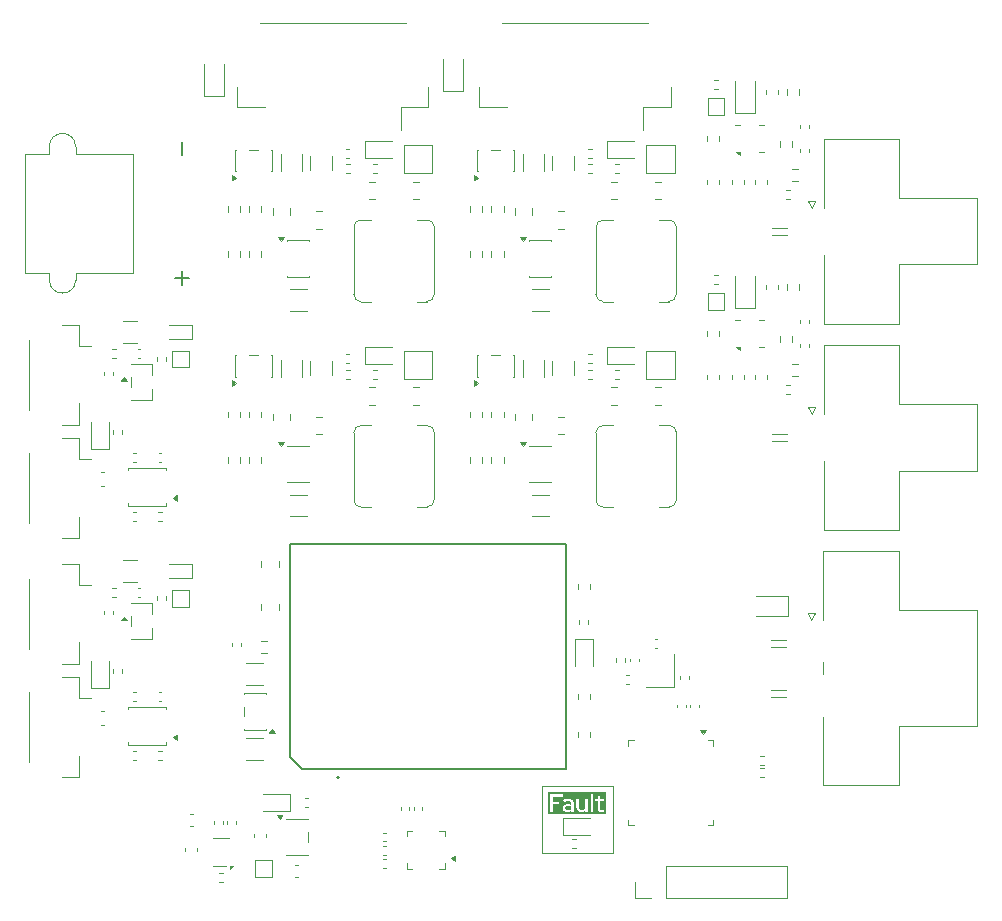
<source format=gbr>
%TF.GenerationSoftware,KiCad,Pcbnew,9.0.5*%
%TF.CreationDate,2025-12-30T00:31:24-08:00*%
%TF.ProjectId,vrb,7672622e-6b69-4636-9164-5f7063625858,rev?*%
%TF.SameCoordinates,Original*%
%TF.FileFunction,Legend,Top*%
%TF.FilePolarity,Positive*%
%FSLAX46Y46*%
G04 Gerber Fmt 4.6, Leading zero omitted, Abs format (unit mm)*
G04 Created by KiCad (PCBNEW 9.0.5) date 2025-12-30 00:31:24*
%MOMM*%
%LPD*%
G01*
G04 APERTURE LIST*
%ADD10C,0.100000*%
%ADD11C,0.150000*%
%ADD12C,0.120000*%
%ADD13C,0.127000*%
%ADD14C,0.200000*%
G04 APERTURE END LIST*
D10*
X117200000Y-125000000D02*
X123200000Y-125000000D01*
X123200000Y-130600000D01*
X117200000Y-130600000D01*
X117200000Y-125000000D01*
G36*
X119470738Y-126659883D02*
G01*
X119532888Y-126668966D01*
X119586111Y-126682806D01*
X119636467Y-126702136D01*
X119678994Y-126723955D01*
X119678994Y-126904390D01*
X119640459Y-126934820D01*
X119599494Y-126959580D01*
X119511429Y-126992286D01*
X119409149Y-127004986D01*
X119395519Y-127005140D01*
X119346675Y-127002269D01*
X119302245Y-126993895D01*
X119263825Y-126980845D01*
X119230507Y-126963278D01*
X119204075Y-126942774D01*
X119183031Y-126918791D01*
X119168450Y-126893185D01*
X119159364Y-126864957D01*
X119156100Y-126833132D01*
X119158993Y-126801684D01*
X119167523Y-126772786D01*
X119199923Y-126724094D01*
X119253216Y-126686752D01*
X119329480Y-126663020D01*
X119403946Y-126656911D01*
X119470738Y-126659883D01*
G37*
G36*
X122590828Y-127335114D02*
G01*
X117717233Y-127335114D01*
X117717233Y-127145000D01*
X117883900Y-127145000D01*
X118104451Y-127145000D01*
X118104451Y-126837803D01*
X118954508Y-126837803D01*
X118957396Y-126881565D01*
X118965884Y-126922940D01*
X118998702Y-126997844D01*
X119051756Y-127061540D01*
X119124447Y-127112163D01*
X119215943Y-127146845D01*
X119324430Y-127162149D01*
X119347251Y-127162585D01*
X119410056Y-127159634D01*
X119469350Y-127150702D01*
X119522162Y-127136738D01*
X119572361Y-127117279D01*
X119664296Y-127062667D01*
X119678994Y-127051302D01*
X119678994Y-127145000D01*
X119884799Y-127145000D01*
X119884799Y-126748410D01*
X120111303Y-126748410D01*
X120114194Y-126803402D01*
X120122705Y-126855536D01*
X120136506Y-126904308D01*
X120155391Y-126949756D01*
X120178989Y-126991426D01*
X120207149Y-127029315D01*
X120239515Y-127063068D01*
X120275946Y-127092583D01*
X120316173Y-127117597D01*
X120359995Y-127137899D01*
X120407274Y-127153272D01*
X120457698Y-127163431D01*
X120529233Y-127168447D01*
X120585189Y-127165523D01*
X120638457Y-127156776D01*
X120687264Y-127142817D01*
X120733253Y-127123484D01*
X120775460Y-127099350D01*
X120814673Y-127070122D01*
X120848428Y-127038296D01*
X120848428Y-127145000D01*
X121058447Y-127145000D01*
X121058447Y-126078147D01*
X120848428Y-126078147D01*
X120848428Y-126845039D01*
X120822991Y-126880079D01*
X120793714Y-126910412D01*
X120761336Y-126935534D01*
X120725677Y-126955764D01*
X120645509Y-126980890D01*
X120585928Y-126985814D01*
X120540285Y-126982921D01*
X120498262Y-126974392D01*
X120461223Y-126960972D01*
X120428000Y-126942681D01*
X120399351Y-126920240D01*
X120374755Y-126893516D01*
X120338499Y-126828006D01*
X120320616Y-126745930D01*
X120319215Y-126712690D01*
X120319215Y-126078147D01*
X120111303Y-126078147D01*
X120111303Y-126748410D01*
X119884799Y-126748410D01*
X119884799Y-126434436D01*
X119881885Y-126378969D01*
X119873214Y-126327558D01*
X119859679Y-126282397D01*
X119841095Y-126241081D01*
X119818314Y-126204729D01*
X119790944Y-126172140D01*
X119723043Y-126118695D01*
X119635679Y-126080324D01*
X119525929Y-126058538D01*
X119448001Y-126054699D01*
X119376269Y-126057672D01*
X119304396Y-126066757D01*
X119159756Y-126103253D01*
X119009096Y-126163968D01*
X119086857Y-126321229D01*
X119173152Y-126283546D01*
X119251663Y-126256457D01*
X119314248Y-126241240D01*
X119373997Y-126232971D01*
X119418600Y-126231104D01*
X119472832Y-126234029D01*
X119520947Y-126242779D01*
X119559139Y-126255687D01*
X119592182Y-126273307D01*
X119618233Y-126293900D01*
X119639722Y-126318523D01*
X119668424Y-126378476D01*
X119678994Y-126459532D01*
X119678994Y-126572830D01*
X119562324Y-126532818D01*
X119433551Y-126513356D01*
X119387093Y-126511922D01*
X119318013Y-126514821D01*
X119254149Y-126523389D01*
X119198058Y-126536744D01*
X119147203Y-126554961D01*
X119103821Y-126576684D01*
X119065577Y-126602520D01*
X119033969Y-126630951D01*
X119007400Y-126662884D01*
X118986546Y-126697184D01*
X118970768Y-126734557D01*
X118955057Y-126817769D01*
X118954636Y-126833132D01*
X118954508Y-126837803D01*
X118104451Y-126837803D01*
X118104451Y-126506060D01*
X118675613Y-126506060D01*
X118675613Y-126319214D01*
X118104451Y-126319214D01*
X118104451Y-125866938D01*
X118971727Y-125866938D01*
X118971727Y-125673681D01*
X121305468Y-125673681D01*
X121305468Y-127145000D01*
X121515486Y-127145000D01*
X121515486Y-126078147D01*
X121674488Y-126078147D01*
X121674488Y-126254551D01*
X121901268Y-126254551D01*
X121901268Y-126879569D01*
X121904186Y-126929592D01*
X121912893Y-126974850D01*
X121926131Y-127012658D01*
X121944260Y-127046283D01*
X121966238Y-127074637D01*
X121992626Y-127099079D01*
X122058904Y-127136324D01*
X122146985Y-127158060D01*
X122220462Y-127162585D01*
X122345290Y-127151323D01*
X122420039Y-127133276D01*
X122420039Y-126956963D01*
X122368135Y-126972236D01*
X122317033Y-126980083D01*
X122266716Y-126982059D01*
X122219505Y-126979039D01*
X122181454Y-126969625D01*
X122157683Y-126957428D01*
X122138952Y-126940717D01*
X122116586Y-126896582D01*
X122109179Y-126831575D01*
X122109179Y-126254551D01*
X122424161Y-126254551D01*
X122424161Y-126078147D01*
X122109179Y-126078147D01*
X122109179Y-125754830D01*
X121901268Y-125805205D01*
X121901268Y-126078147D01*
X121674488Y-126078147D01*
X121515486Y-126078147D01*
X121515486Y-125633838D01*
X121305468Y-125673681D01*
X118971727Y-125673681D01*
X117883900Y-125673681D01*
X117883900Y-127145000D01*
X117717233Y-127145000D01*
X117717233Y-125467171D01*
X122590828Y-125467171D01*
X122590828Y-127335114D01*
G37*
D11*
X86714700Y-71548178D02*
X86714700Y-70405321D01*
X86714700Y-82548178D02*
X86714700Y-81405321D01*
X87286128Y-81976749D02*
X86143271Y-81976749D01*
D12*
%TO.C,D4*%
X102177500Y-70365000D02*
X102177500Y-71835000D01*
X102177500Y-71835000D02*
X104462500Y-71835000D01*
X104462500Y-70365000D02*
X102177500Y-70365000D01*
%TO.C,J6*%
X111865000Y-65810000D02*
X111865000Y-67510000D01*
X111865000Y-67510000D02*
X114215000Y-67510000D01*
X125735000Y-67510000D02*
X125735000Y-69450000D01*
X126165000Y-60340000D02*
X113785000Y-60340000D01*
X128085000Y-65810000D02*
X128085000Y-67510000D01*
X128085000Y-67510000D02*
X125735000Y-67510000D01*
%TO.C,D19*%
X85586842Y-85942000D02*
X87546842Y-85942000D01*
X85586842Y-87142000D02*
X87546842Y-87142000D01*
X87546842Y-87142000D02*
X87546842Y-85942000D01*
%TO.C,R64*%
X137927500Y-65980242D02*
X137927500Y-66454758D01*
X138972500Y-65980242D02*
X138972500Y-66454758D01*
%TO.C,R56*%
X132103641Y-81740000D02*
X131796359Y-81740000D01*
X132103641Y-82500000D02*
X131796359Y-82500000D01*
%TO.C,C6*%
X94390000Y-76068748D02*
X94390000Y-76591252D01*
X95860000Y-76068748D02*
X95860000Y-76591252D01*
%TO.C,TP5*%
X85881842Y-108370000D02*
X87281842Y-108370000D01*
X85881842Y-109770000D02*
X85881842Y-108370000D01*
X87281842Y-108370000D02*
X87281842Y-109770000D01*
X87281842Y-109770000D02*
X85881842Y-109770000D01*
%TO.C,R50*%
X120370000Y-111253641D02*
X120370000Y-110946359D01*
X121130000Y-111253641D02*
X121130000Y-110946359D01*
%TO.C,R24*%
X121111359Y-89720000D02*
X121418641Y-89720000D01*
X121111359Y-90480000D02*
X121418641Y-90480000D01*
%TO.C,D13*%
X133550000Y-67947500D02*
X133550000Y-65287500D01*
X133550000Y-67947500D02*
X135250000Y-67947500D01*
X135250000Y-67947500D02*
X135250000Y-65287500D01*
%TO.C,R16*%
X121111359Y-72320000D02*
X121418641Y-72320000D01*
X121111359Y-73080000D02*
X121418641Y-73080000D01*
%TO.C,R23*%
X115565000Y-90327064D02*
X115565000Y-88872936D01*
X117385000Y-90327064D02*
X117385000Y-88872936D01*
%TO.C,C39*%
X129740000Y-118287836D02*
X129740000Y-118072164D01*
X130460000Y-118287836D02*
X130460000Y-118072164D01*
%TO.C,U4*%
X91215000Y-71090000D02*
X91265000Y-71090000D01*
X91215000Y-72910000D02*
X91215000Y-71090000D01*
X91265000Y-72910000D02*
X91215000Y-72910000D01*
X92385000Y-71090000D02*
X93165000Y-71090000D01*
X94285000Y-71090000D02*
X94335000Y-71090000D01*
X94335000Y-71090000D02*
X94335000Y-72910000D01*
X94335000Y-72910000D02*
X94285000Y-72910000D01*
X91265000Y-73450000D02*
X90935000Y-73690000D01*
X90935000Y-73210000D01*
X91265000Y-73450000D01*
G36*
X91265000Y-73450000D02*
G01*
X90935000Y-73690000D01*
X90935000Y-73210000D01*
X91265000Y-73450000D01*
G37*
%TO.C,D12*%
X133550000Y-84460000D02*
X133550000Y-81800000D01*
X133550000Y-84460000D02*
X135250000Y-84460000D01*
X135250000Y-84460000D02*
X135250000Y-81800000D01*
%TO.C,R74*%
X90505000Y-127891359D02*
X90505000Y-128198641D01*
X91265000Y-127891359D02*
X91265000Y-128198641D01*
%TO.C,J5*%
X91365000Y-65810000D02*
X91365000Y-67510000D01*
X91365000Y-67510000D02*
X93715000Y-67510000D01*
X105235000Y-67510000D02*
X105235000Y-69450000D01*
X105665000Y-60340000D02*
X93285000Y-60340000D01*
X107585000Y-65810000D02*
X107585000Y-67510000D01*
X107585000Y-67510000D02*
X105235000Y-67510000D01*
%TO.C,R10*%
X90602500Y-76347258D02*
X90602500Y-75872742D01*
X91647500Y-76347258D02*
X91647500Y-75872742D01*
%TO.C,C7*%
X106263748Y-73815000D02*
X106786252Y-73815000D01*
X106263748Y-75285000D02*
X106786252Y-75285000D01*
%TO.C,R55*%
X131127500Y-86412742D02*
X131127500Y-86887258D01*
X132172500Y-86412742D02*
X132172500Y-86887258D01*
%TO.C,C27*%
X92170222Y-120940000D02*
X93592726Y-120940000D01*
X92170222Y-122760000D02*
X93592726Y-122760000D01*
%TO.C,D6*%
X122677500Y-87765000D02*
X122677500Y-89235000D01*
X122677500Y-89235000D02*
X124962500Y-89235000D01*
X124962500Y-87765000D02*
X122677500Y-87765000D01*
%TO.C,C57*%
X124690000Y-114407836D02*
X124690000Y-114192164D01*
X125410000Y-114407836D02*
X125410000Y-114192164D01*
%TO.C,C25*%
X82584664Y-96796000D02*
X82800336Y-96796000D01*
X82584664Y-97516000D02*
X82800336Y-97516000D01*
%TO.C,R48*%
X93437742Y-112677500D02*
X93912258Y-112677500D01*
X93437742Y-113722500D02*
X93912258Y-113722500D01*
%TO.C,R21*%
X112902500Y-80187258D02*
X112902500Y-79712742D01*
X113947500Y-80187258D02*
X113947500Y-79712742D01*
%TO.C,J9*%
X73770000Y-96766000D02*
X73770000Y-102696000D01*
X76590000Y-95496000D02*
X78040000Y-95496000D01*
X76590000Y-103966000D02*
X78040000Y-103966000D01*
X78040000Y-95496000D02*
X78040000Y-97296000D01*
X78040000Y-97296000D02*
X79030000Y-97296000D01*
X78040000Y-103966000D02*
X78040000Y-102166000D01*
%TO.C,R34*%
X90602500Y-93747258D02*
X90602500Y-93272742D01*
X91647500Y-93747258D02*
X91647500Y-93272742D01*
%TO.C,R47*%
X135953641Y-123420000D02*
X135646359Y-123420000D01*
X135953641Y-124180000D02*
X135646359Y-124180000D01*
%TO.C,C38*%
X128640000Y-118287836D02*
X128640000Y-118072164D01*
X129360000Y-118287836D02*
X129360000Y-118072164D01*
%TO.C,U2*%
X82182500Y-118265000D02*
X85402500Y-118265000D01*
X82182500Y-118490000D02*
X82182500Y-118265000D01*
X82182500Y-121485000D02*
X82182500Y-121260000D01*
X85402500Y-118265000D02*
X85402500Y-118490000D01*
X85402500Y-121260000D02*
X85402500Y-121485000D01*
X85402500Y-121485000D02*
X82182500Y-121485000D01*
X86262500Y-121095000D02*
X85932500Y-120855000D01*
X86262500Y-120615000D01*
X86262500Y-121095000D01*
G36*
X86262500Y-121095000D02*
G01*
X85932500Y-120855000D01*
X86262500Y-120615000D01*
X86262500Y-121095000D01*
G37*
%TO.C,TP2*%
X126025000Y-70700000D02*
X128425000Y-70700000D01*
X126025000Y-73100000D02*
X126025000Y-70700000D01*
X128425000Y-70700000D02*
X128425000Y-73100000D01*
X128425000Y-73100000D02*
X126025000Y-73100000D01*
%TO.C,R67*%
X139070000Y-68968859D02*
X139070000Y-69276141D01*
X139830000Y-68968859D02*
X139830000Y-69276141D01*
%TO.C,R53*%
X139070000Y-85481359D02*
X139070000Y-85788641D01*
X139830000Y-85481359D02*
X139830000Y-85788641D01*
%TO.C,C14*%
X118563748Y-93715000D02*
X119086252Y-93715000D01*
X118563748Y-95185000D02*
X119086252Y-95185000D01*
%TO.C,C21*%
X94390000Y-93468748D02*
X94390000Y-93991252D01*
X95860000Y-93468748D02*
X95860000Y-93991252D01*
%TO.C,U8*%
X111715000Y-88490000D02*
X111765000Y-88490000D01*
X111715000Y-90310000D02*
X111715000Y-88490000D01*
X111765000Y-90310000D02*
X111715000Y-90310000D01*
X112885000Y-88490000D02*
X113665000Y-88490000D01*
X114785000Y-88490000D02*
X114835000Y-88490000D01*
X114835000Y-88490000D02*
X114835000Y-90310000D01*
X114835000Y-90310000D02*
X114785000Y-90310000D01*
X111765000Y-90850000D02*
X111435000Y-91090000D01*
X111435000Y-90610000D01*
X111765000Y-90850000D01*
G36*
X111765000Y-90850000D02*
G01*
X111435000Y-91090000D01*
X111435000Y-90610000D01*
X111765000Y-90850000D01*
G37*
%TO.C,D11*%
X120016474Y-112515000D02*
X120016474Y-114800000D01*
X121486474Y-112515000D02*
X120016474Y-112515000D01*
X121486474Y-114800000D02*
X121486474Y-112515000D01*
%TO.C,C15*%
X116338748Y-100290000D02*
X117761252Y-100290000D01*
X116338748Y-102110000D02*
X117761252Y-102110000D01*
%TO.C,U3*%
X95640000Y-78740000D02*
X97460000Y-78740000D01*
X95640000Y-78790000D02*
X95640000Y-78740000D01*
X95640000Y-81860000D02*
X95640000Y-81810000D01*
X97460000Y-78740000D02*
X97460000Y-78790000D01*
X97460000Y-81810000D02*
X97460000Y-81860000D01*
X97460000Y-81860000D02*
X95640000Y-81860000D01*
X95100000Y-78790000D02*
X94860000Y-78460000D01*
X95340000Y-78460000D01*
X95100000Y-78790000D01*
G36*
X95100000Y-78790000D02*
G01*
X94860000Y-78460000D01*
X95340000Y-78460000D01*
X95100000Y-78790000D01*
G37*
%TO.C,R49*%
X80900000Y-95142141D02*
X80900000Y-94834859D01*
X81660000Y-95142141D02*
X81660000Y-94834859D01*
%TO.C,C1*%
X82972164Y-108240000D02*
X83187836Y-108240000D01*
X82972164Y-108960000D02*
X83187836Y-108960000D01*
%TO.C,R61*%
X132103641Y-65227500D02*
X131796359Y-65227500D01*
X132103641Y-65987500D02*
X131796359Y-65987500D01*
%TO.C,R54*%
X137927500Y-82492742D02*
X137927500Y-82967258D01*
X138972500Y-82492742D02*
X138972500Y-82967258D01*
%TO.C,R6*%
X80900000Y-115386141D02*
X80900000Y-115078859D01*
X81660000Y-115386141D02*
X81660000Y-115078859D01*
%TO.C,C18*%
X123586252Y-91215000D02*
X123063748Y-91215000D01*
X123586252Y-92685000D02*
X123063748Y-92685000D01*
%TO.C,R4*%
X80140000Y-110136359D02*
X80140000Y-110443641D01*
X80900000Y-110136359D02*
X80900000Y-110443641D01*
%TO.C,R58*%
X137327500Y-87347258D02*
X137327500Y-86872742D01*
X138372500Y-87347258D02*
X138372500Y-86872742D01*
%TO.C,C2*%
X82584664Y-117040000D02*
X82800336Y-117040000D01*
X82584664Y-117760000D02*
X82800336Y-117760000D01*
%TO.C,D9*%
X79886842Y-99596000D02*
X80086842Y-99596000D01*
%TO.C,R29*%
X112902500Y-97587258D02*
X112902500Y-97112742D01*
X113947500Y-97587258D02*
X113947500Y-97112742D01*
%TO.C,R18*%
X111102500Y-76347258D02*
X111102500Y-75872742D01*
X112147500Y-76347258D02*
X112147500Y-75872742D01*
%TO.C,C45*%
X86975000Y-130204420D02*
X86975000Y-130485580D01*
X87995000Y-130204420D02*
X87995000Y-130485580D01*
%TO.C,R60*%
X138203641Y-90980000D02*
X137896359Y-90980000D01*
X138203641Y-91740000D02*
X137896359Y-91740000D01*
%TO.C,C44*%
X103972836Y-128940000D02*
X103757164Y-128940000D01*
X103972836Y-129660000D02*
X103757164Y-129660000D01*
%TO.C,D20*%
X118952500Y-127665000D02*
X118952500Y-129135000D01*
X118952500Y-129135000D02*
X121237500Y-129135000D01*
X121237500Y-127665000D02*
X118952500Y-127665000D01*
%TO.C,U7*%
X116140000Y-96140000D02*
X117960000Y-96140000D01*
X116140000Y-96190000D02*
X116140000Y-96140000D01*
X116140000Y-99260000D02*
X116140000Y-99210000D01*
X117960000Y-96140000D02*
X117960000Y-96190000D01*
X117960000Y-99210000D02*
X117960000Y-99260000D01*
X117960000Y-99260000D02*
X116140000Y-99260000D01*
X115600000Y-96190000D02*
X115360000Y-95860000D01*
X115840000Y-95860000D01*
X115600000Y-96190000D01*
G36*
X115600000Y-96190000D02*
G01*
X115360000Y-95860000D01*
X115840000Y-95860000D01*
X115600000Y-96190000D01*
G37*
%TO.C,J4*%
X137940000Y-77700000D02*
X136660000Y-77700000D01*
X137940000Y-78300000D02*
X136660000Y-78300000D01*
X139750000Y-75400000D02*
X140350000Y-75400000D01*
X140050000Y-76000000D02*
X139750000Y-75400000D01*
X140350000Y-75400000D02*
X140050000Y-76000000D01*
X141040000Y-70190000D02*
X141040000Y-76000000D01*
X141040000Y-85810000D02*
X141040000Y-80000000D01*
X147460000Y-70190000D02*
X141040000Y-70190000D01*
X147460000Y-75190000D02*
X147460000Y-70190000D01*
X147460000Y-80810000D02*
X147460000Y-85810000D01*
X147460000Y-85810000D02*
X141040000Y-85810000D01*
X154060000Y-75190000D02*
X147460000Y-75190000D01*
X154060000Y-78000000D02*
X154060000Y-75190000D01*
X154060000Y-78000000D02*
X154060000Y-80810000D01*
X154060000Y-80810000D02*
X147460000Y-80810000D01*
%TO.C,F5*%
X97565000Y-88997936D02*
X97565000Y-90202064D01*
X99385000Y-88997936D02*
X99385000Y-90202064D01*
%TO.C,TP6*%
X131250000Y-83250000D02*
X132650000Y-83250000D01*
X131250000Y-84650000D02*
X131250000Y-83250000D01*
X132650000Y-83250000D02*
X132650000Y-84650000D01*
X132650000Y-84650000D02*
X131250000Y-84650000D01*
%TO.C,TP7*%
X131250000Y-66737500D02*
X132650000Y-66737500D01*
X131250000Y-68137500D02*
X131250000Y-66737500D01*
X132650000Y-66737500D02*
X132650000Y-68137500D01*
X132650000Y-68137500D02*
X131250000Y-68137500D01*
%TO.C,J10*%
X137890000Y-112600000D02*
X136610000Y-112600000D01*
X137890000Y-113200000D02*
X136610000Y-113200000D01*
X137890000Y-116800000D02*
X136610000Y-116800000D01*
X137890000Y-117400000D02*
X136610000Y-117400000D01*
X139700000Y-110300000D02*
X140300000Y-110300000D01*
X140000000Y-110900000D02*
X139700000Y-110300000D01*
X140300000Y-110300000D02*
X140000000Y-110900000D01*
X140990000Y-105090000D02*
X140990000Y-110900000D01*
X140990000Y-124910000D02*
X140990000Y-119100000D01*
X141000000Y-114510000D02*
X141000000Y-115490000D01*
X147410000Y-105090000D02*
X140990000Y-105090000D01*
X147410000Y-110090000D02*
X147410000Y-105090000D01*
X147410000Y-119910000D02*
X147410000Y-124910000D01*
X147410000Y-124910000D02*
X140990000Y-124910000D01*
X154010000Y-110090000D02*
X147410000Y-110090000D01*
X154010000Y-115000000D02*
X154010000Y-110090000D01*
X154010000Y-115000000D02*
X154010000Y-119910000D01*
X154010000Y-119910000D02*
X147410000Y-119910000D01*
%TO.C,C17*%
X126763748Y-91215000D02*
X127286252Y-91215000D01*
X126763748Y-92685000D02*
X127286252Y-92685000D01*
%TO.C,C29*%
X93440000Y-109538748D02*
X93440000Y-110061252D01*
X94910000Y-109538748D02*
X94910000Y-110061252D01*
%TO.C,C11*%
X114890000Y-76068748D02*
X114890000Y-76591252D01*
X116360000Y-76068748D02*
X116360000Y-76591252D01*
%TO.C,C34*%
X135210000Y-73696920D02*
X135210000Y-73978080D01*
X136230000Y-73696920D02*
X136230000Y-73978080D01*
%TO.C,R14*%
X90602500Y-79712742D02*
X90602500Y-80187258D01*
X91647500Y-79712742D02*
X91647500Y-80187258D01*
%TO.C,R13*%
X92402500Y-80187258D02*
X92402500Y-79712742D01*
X93447500Y-80187258D02*
X93447500Y-79712742D01*
%TO.C,C16*%
X114890000Y-93468748D02*
X114890000Y-93991252D01*
X116360000Y-93468748D02*
X116360000Y-93991252D01*
%TO.C,R51*%
X120228974Y-120837258D02*
X120228974Y-120362742D01*
X121273974Y-120837258D02*
X121273974Y-120362742D01*
%TO.C,C9*%
X118563748Y-76315000D02*
X119086252Y-76315000D01*
X118563748Y-77785000D02*
X119086252Y-77785000D01*
%TO.C,Q1*%
X82370000Y-109440000D02*
X84190000Y-109440000D01*
X82370000Y-109490000D02*
X82370000Y-109440000D01*
X82370000Y-111390000D02*
X82370000Y-110610000D01*
X82370000Y-112560000D02*
X82370000Y-112510000D01*
X84190000Y-109440000D02*
X84190000Y-110440000D01*
X84190000Y-111560000D02*
X84190000Y-112560000D01*
X84190000Y-112560000D02*
X82370000Y-112560000D01*
X82070000Y-110950000D02*
X81590000Y-110950000D01*
X81830000Y-110620000D01*
X82070000Y-110950000D01*
G36*
X82070000Y-110950000D02*
G01*
X81590000Y-110950000D01*
X81830000Y-110620000D01*
X82070000Y-110950000D01*
G37*
%TO.C,R9*%
X92402500Y-75872742D02*
X92402500Y-76347258D01*
X93447500Y-75872742D02*
X93447500Y-76347258D01*
%TO.C,U1*%
X124490000Y-121090000D02*
X124965000Y-121090000D01*
X124490000Y-121565000D02*
X124490000Y-121090000D01*
X124490000Y-128310000D02*
X124490000Y-127835000D01*
X124965000Y-128310000D02*
X124490000Y-128310000D01*
X131235000Y-121090000D02*
X131710000Y-121090000D01*
X131710000Y-121090000D02*
X131710000Y-121565000D01*
X131710000Y-127835000D02*
X131710000Y-128310000D01*
X131710000Y-128310000D02*
X131235000Y-128310000D01*
X130850000Y-120560000D02*
X130610000Y-120230000D01*
X131090000Y-120230000D01*
X130850000Y-120560000D01*
G36*
X130850000Y-120560000D02*
G01*
X130610000Y-120230000D01*
X131090000Y-120230000D01*
X130850000Y-120560000D01*
G37*
%TO.C,R33*%
X92402500Y-93272742D02*
X92402500Y-93747258D01*
X93447500Y-93272742D02*
X93447500Y-93747258D01*
%TO.C,C36*%
X133270000Y-73696920D02*
X133270000Y-73978080D01*
X134290000Y-73696920D02*
X134290000Y-73978080D01*
%TO.C,D1*%
X79886842Y-118590000D02*
X80086842Y-118590000D01*
%TO.C,R30*%
X111102500Y-97112742D02*
X111102500Y-97587258D01*
X112147500Y-97112742D02*
X112147500Y-97587258D01*
%TO.C,C30*%
X136140000Y-82870580D02*
X136140000Y-82589420D01*
X137160000Y-82870580D02*
X137160000Y-82589420D01*
%TO.C,R17*%
X112902500Y-75872742D02*
X112902500Y-76347258D01*
X113947500Y-75872742D02*
X113947500Y-76347258D01*
%TO.C,R59*%
X138362742Y-89212500D02*
X138837258Y-89212500D01*
X138362742Y-90257500D02*
X138837258Y-90257500D01*
%TO.C,R62*%
X137327500Y-70834758D02*
X137327500Y-70360242D01*
X138372500Y-70834758D02*
X138372500Y-70360242D01*
%TO.C,R70*%
X97096359Y-125990000D02*
X97403641Y-125990000D01*
X97096359Y-126750000D02*
X97403641Y-126750000D01*
%TO.C,TP9*%
X92900000Y-131230000D02*
X94300000Y-131230000D01*
X92900000Y-132630000D02*
X92900000Y-131230000D01*
X94300000Y-131230000D02*
X94300000Y-132630000D01*
X94300000Y-132630000D02*
X92900000Y-132630000D01*
%TO.C,R44*%
X90920000Y-112846359D02*
X90920000Y-113153641D01*
X91680000Y-112846359D02*
X91680000Y-113153641D01*
%TO.C,R39*%
X80826359Y-87976000D02*
X81133641Y-87976000D01*
X80826359Y-88736000D02*
X81133641Y-88736000D01*
%TO.C,R66*%
X138203641Y-74467500D02*
X137896359Y-74467500D01*
X138203641Y-75227500D02*
X137896359Y-75227500D01*
%TO.C,D14*%
X138010000Y-108850000D02*
X135350000Y-108850000D01*
X138010000Y-110550000D02*
X135350000Y-110550000D01*
X138010000Y-110550000D02*
X138010000Y-108850000D01*
%TO.C,C33*%
X136140000Y-66358080D02*
X136140000Y-66076920D01*
X137160000Y-66358080D02*
X137160000Y-66076920D01*
%TO.C,R46*%
X84718859Y-101776000D02*
X85026141Y-101776000D01*
X84718859Y-102536000D02*
X85026141Y-102536000D01*
%TO.C,F2*%
X97565000Y-71597936D02*
X97565000Y-72802064D01*
X99385000Y-71597936D02*
X99385000Y-72802064D01*
%TO.C,R12*%
X102918859Y-72320000D02*
X103226141Y-72320000D01*
X102918859Y-73080000D02*
X103226141Y-73080000D01*
%TO.C,C31*%
X135210000Y-90209420D02*
X135210000Y-90490580D01*
X136230000Y-90209420D02*
X136230000Y-90490580D01*
%TO.C,D2*%
X79886842Y-119840000D02*
X80086842Y-119840000D01*
%TO.C,C19*%
X98063748Y-93715000D02*
X98586252Y-93715000D01*
X98063748Y-95185000D02*
X98586252Y-95185000D01*
%TO.C,R77*%
X90163641Y-132320000D02*
X89856359Y-132320000D01*
X90163641Y-133080000D02*
X89856359Y-133080000D01*
%TO.C,L4*%
X101265000Y-100750000D02*
X101265000Y-95050000D01*
X101875000Y-94440000D02*
X102725000Y-94440000D01*
X102725000Y-101360000D02*
X101875000Y-101360000D01*
X106625000Y-94440000D02*
X107475000Y-94440000D01*
X107425000Y-101360000D02*
X106625000Y-101360000D01*
X108085000Y-95050000D02*
X108085000Y-100700000D01*
X101265000Y-95050000D02*
G75*
G02*
X101875000Y-94440000I610000J0D01*
G01*
X101875000Y-101360000D02*
G75*
G02*
X101265000Y-100750000I0J610000D01*
G01*
X107475000Y-94440000D02*
G75*
G02*
X108085000Y-95050000I0J-610000D01*
G01*
X108085000Y-100700000D02*
G75*
G02*
X107425000Y-101360000I-660002J2D01*
G01*
%TO.C,D18*%
X93612500Y-127105000D02*
X95897500Y-127105000D01*
X95897500Y-125635000D02*
X93612500Y-125635000D01*
X95897500Y-127105000D02*
X95897500Y-125635000D01*
%TO.C,R8*%
X100611359Y-72320000D02*
X100918641Y-72320000D01*
X100611359Y-73080000D02*
X100918641Y-73080000D01*
%TO.C,C42*%
X105225000Y-126987836D02*
X105225000Y-126772164D01*
X105945000Y-126987836D02*
X105945000Y-126772164D01*
%TO.C,U16*%
X95527500Y-127720000D02*
X97347500Y-127720000D01*
X95527500Y-127770000D02*
X95527500Y-127720000D01*
X95527500Y-130840000D02*
X95527500Y-130790000D01*
X97347500Y-127720000D02*
X97347500Y-127770000D01*
X97347500Y-128890000D02*
X97347500Y-129670000D01*
X97347500Y-130790000D02*
X97347500Y-130840000D01*
X97347500Y-130840000D02*
X95527500Y-130840000D01*
X94987500Y-127770000D02*
X94747500Y-127440000D01*
X95227500Y-127440000D01*
X94987500Y-127770000D01*
G36*
X94987500Y-127770000D02*
G01*
X94747500Y-127440000D01*
X95227500Y-127440000D01*
X94987500Y-127770000D01*
G37*
%TO.C,R1*%
X80826359Y-108220000D02*
X81133641Y-108220000D01*
X80826359Y-108980000D02*
X81133641Y-108980000D01*
%TO.C,R40*%
X82538859Y-101776000D02*
X82846141Y-101776000D01*
X82538859Y-102536000D02*
X82846141Y-102536000D01*
%TO.C,D3*%
X79045000Y-114412500D02*
X79045000Y-116697500D01*
X79045000Y-116697500D02*
X80515000Y-116697500D01*
X80515000Y-116697500D02*
X80515000Y-114412500D01*
%TO.C,D16*%
X108850000Y-66110000D02*
X108850000Y-63450000D01*
X108850000Y-66110000D02*
X110550000Y-66110000D01*
X110550000Y-66110000D02*
X110550000Y-63450000D01*
%TO.C,L3*%
X121765000Y-100750000D02*
X121765000Y-95050000D01*
X122375000Y-94440000D02*
X123225000Y-94440000D01*
X123225000Y-101360000D02*
X122375000Y-101360000D01*
X127125000Y-94440000D02*
X127975000Y-94440000D01*
X127925000Y-101360000D02*
X127125000Y-101360000D01*
X128585000Y-95050000D02*
X128585000Y-100700000D01*
X121765000Y-95050000D02*
G75*
G02*
X122375000Y-94440000I610000J0D01*
G01*
X122375000Y-101360000D02*
G75*
G02*
X121765000Y-100750000I0J610000D01*
G01*
X127975000Y-94440000D02*
G75*
G02*
X128585000Y-95050000I0J-610000D01*
G01*
X128585000Y-100700000D02*
G75*
G02*
X127925000Y-101360000I-660002J2D01*
G01*
%TO.C,R69*%
X135953641Y-122420000D02*
X135646359Y-122420000D01*
X135953641Y-123180000D02*
X135646359Y-123180000D01*
%TO.C,C23*%
X106263748Y-91215000D02*
X106786252Y-91215000D01*
X106263748Y-92685000D02*
X106786252Y-92685000D01*
%TO.C,F1*%
X81727936Y-105865000D02*
X82932064Y-105865000D01*
X81727936Y-107685000D02*
X82932064Y-107685000D01*
%TO.C,D7*%
X102177500Y-87765000D02*
X102177500Y-89235000D01*
X102177500Y-89235000D02*
X104462500Y-89235000D01*
X104462500Y-87765000D02*
X102177500Y-87765000D01*
%TO.C,U11*%
X82182500Y-98021000D02*
X85402500Y-98021000D01*
X82182500Y-98246000D02*
X82182500Y-98021000D01*
X82182500Y-101241000D02*
X82182500Y-101016000D01*
X85402500Y-98021000D02*
X85402500Y-98246000D01*
X85402500Y-101016000D02*
X85402500Y-101241000D01*
X85402500Y-101241000D02*
X82182500Y-101241000D01*
X86262500Y-100851000D02*
X85932500Y-100611000D01*
X86262500Y-100371000D01*
X86262500Y-100851000D01*
G36*
X86262500Y-100851000D02*
G01*
X85932500Y-100611000D01*
X86262500Y-100371000D01*
X86262500Y-100851000D01*
G37*
%TO.C,Q2*%
X82370000Y-89196000D02*
X84190000Y-89196000D01*
X82370000Y-89246000D02*
X82370000Y-89196000D01*
X82370000Y-91146000D02*
X82370000Y-90366000D01*
X82370000Y-92316000D02*
X82370000Y-92266000D01*
X84190000Y-89196000D02*
X84190000Y-90196000D01*
X84190000Y-91316000D02*
X84190000Y-92316000D01*
X84190000Y-92316000D02*
X82370000Y-92316000D01*
X82070000Y-90706000D02*
X81590000Y-90706000D01*
X81830000Y-90376000D01*
X82070000Y-90706000D01*
G36*
X82070000Y-90706000D02*
G01*
X81590000Y-90706000D01*
X81830000Y-90376000D01*
X82070000Y-90706000D01*
G37*
%TO.C,L2*%
X121765000Y-83350000D02*
X121765000Y-77650000D01*
X122375000Y-77040000D02*
X123225000Y-77040000D01*
X123225000Y-83960000D02*
X122375000Y-83960000D01*
X127125000Y-77040000D02*
X127975000Y-77040000D01*
X127925000Y-83960000D02*
X127125000Y-83960000D01*
X128585000Y-77650000D02*
X128585000Y-83300000D01*
X121765000Y-77650000D02*
G75*
G02*
X122375000Y-77040000I610000J0D01*
G01*
X122375000Y-83960000D02*
G75*
G02*
X121765000Y-83350000I0J610000D01*
G01*
X127975000Y-77040000D02*
G75*
G02*
X128585000Y-77650000I0J-610000D01*
G01*
X128585000Y-83300000D02*
G75*
G02*
X127925000Y-83960000I-660002J2D01*
G01*
%TO.C,U5*%
X116140000Y-78740000D02*
X117960000Y-78740000D01*
X116140000Y-78790000D02*
X116140000Y-78740000D01*
X116140000Y-81860000D02*
X116140000Y-81810000D01*
X117960000Y-78740000D02*
X117960000Y-78790000D01*
X117960000Y-81810000D02*
X117960000Y-81860000D01*
X117960000Y-81860000D02*
X116140000Y-81860000D01*
X115600000Y-78790000D02*
X115360000Y-78460000D01*
X115840000Y-78460000D01*
X115600000Y-78790000D01*
G36*
X115600000Y-78790000D02*
G01*
X115360000Y-78460000D01*
X115840000Y-78460000D01*
X115600000Y-78790000D01*
G37*
%TO.C,C37*%
X133270000Y-90209420D02*
X133270000Y-90490580D01*
X134290000Y-90209420D02*
X134290000Y-90490580D01*
%TO.C,R19*%
X121393641Y-71020000D02*
X121086359Y-71020000D01*
X121393641Y-71780000D02*
X121086359Y-71780000D01*
%TO.C,D8*%
X79886842Y-98346000D02*
X80086842Y-98346000D01*
%TO.C,R65*%
X139070000Y-70993859D02*
X139070000Y-71301141D01*
X139830000Y-70993859D02*
X139830000Y-71301141D01*
%TO.C,U18*%
X89385000Y-129390000D02*
X90685000Y-129390000D01*
X89385000Y-131710000D02*
X90435000Y-131710000D01*
X90795000Y-131990000D02*
X90795000Y-131710000D01*
X91075000Y-131710000D01*
X90795000Y-131990000D01*
G36*
X90795000Y-131990000D02*
G01*
X90795000Y-131710000D01*
X91075000Y-131710000D01*
X90795000Y-131990000D01*
G37*
%TO.C,R15*%
X115565000Y-72927064D02*
X115565000Y-71472936D01*
X117385000Y-72927064D02*
X117385000Y-71472936D01*
%TO.C,C4*%
X98063748Y-76315000D02*
X98586252Y-76315000D01*
X98063748Y-77785000D02*
X98586252Y-77785000D01*
%TO.C,J2*%
X73770000Y-107410000D02*
X73770000Y-113340000D01*
X76590000Y-106140000D02*
X78040000Y-106140000D01*
X76590000Y-114610000D02*
X78040000Y-114610000D01*
X78040000Y-106140000D02*
X78040000Y-107940000D01*
X78040000Y-107940000D02*
X79030000Y-107940000D01*
X78040000Y-114610000D02*
X78040000Y-112810000D01*
%TO.C,C12*%
X123586252Y-73815000D02*
X123063748Y-73815000D01*
X123586252Y-75285000D02*
X123063748Y-75285000D01*
%TO.C,F3*%
X118065000Y-71597936D02*
X118065000Y-72802064D01*
X119885000Y-71597936D02*
X119885000Y-72802064D01*
%TO.C,R31*%
X95065000Y-90327064D02*
X95065000Y-88872936D01*
X96885000Y-90327064D02*
X96885000Y-88872936D01*
%TO.C,U14*%
X133500000Y-85540000D02*
X133940000Y-85540000D01*
X136000000Y-85540000D02*
X135560000Y-85540000D01*
X136000000Y-87760000D02*
X135560000Y-87760000D01*
X133940000Y-88040000D02*
X133660000Y-87760000D01*
X133940000Y-87760000D01*
X133940000Y-88040000D01*
G36*
X133940000Y-88040000D02*
G01*
X133660000Y-87760000D01*
X133940000Y-87760000D01*
X133940000Y-88040000D01*
G37*
%TO.C,C10*%
X116338748Y-82890000D02*
X117761252Y-82890000D01*
X116338748Y-84710000D02*
X117761252Y-84710000D01*
%TO.C,R22*%
X111102500Y-79712742D02*
X111102500Y-80187258D01*
X112147500Y-79712742D02*
X112147500Y-80187258D01*
%TO.C,C40*%
X92820000Y-128989420D02*
X92820000Y-129270580D01*
X93840000Y-128989420D02*
X93840000Y-129270580D01*
%TO.C,U6*%
X111715000Y-71090000D02*
X111765000Y-71090000D01*
X111715000Y-72910000D02*
X111715000Y-71090000D01*
X111765000Y-72910000D02*
X111715000Y-72910000D01*
X112885000Y-71090000D02*
X113665000Y-71090000D01*
X114785000Y-71090000D02*
X114835000Y-71090000D01*
X114835000Y-71090000D02*
X114835000Y-72910000D01*
X114835000Y-72910000D02*
X114785000Y-72910000D01*
X111765000Y-73450000D02*
X111435000Y-73690000D01*
X111435000Y-73210000D01*
X111765000Y-73450000D01*
G36*
X111765000Y-73450000D02*
G01*
X111435000Y-73690000D01*
X111435000Y-73210000D01*
X111765000Y-73450000D01*
G37*
%TO.C,C46*%
X106325000Y-126987836D02*
X106325000Y-126772164D01*
X107045000Y-126987836D02*
X107045000Y-126772164D01*
%TO.C,C24*%
X82972164Y-87996000D02*
X83187836Y-87996000D01*
X82972164Y-88716000D02*
X83187836Y-88716000D01*
%TO.C,R25*%
X112902500Y-93272742D02*
X112902500Y-93747258D01*
X113947500Y-93272742D02*
X113947500Y-93747258D01*
%TO.C,C13*%
X126763748Y-73815000D02*
X127286252Y-73815000D01*
X126763748Y-75285000D02*
X127286252Y-75285000D01*
%TO.C,R73*%
X103701359Y-130020000D02*
X104008641Y-130020000D01*
X103701359Y-130780000D02*
X104008641Y-130780000D01*
%TO.C,D15*%
X88550000Y-66537500D02*
X88550000Y-63877500D01*
X88550000Y-66537500D02*
X90250000Y-66537500D01*
X90250000Y-66537500D02*
X90250000Y-63877500D01*
%TO.C,R45*%
X80140000Y-89892359D02*
X80140000Y-90199641D01*
X80900000Y-89892359D02*
X80900000Y-90199641D01*
%TO.C,J3*%
X137940000Y-95150000D02*
X136660000Y-95150000D01*
X137940000Y-95750000D02*
X136660000Y-95750000D01*
X139750000Y-92850000D02*
X140350000Y-92850000D01*
X140050000Y-93450000D02*
X139750000Y-92850000D01*
X140350000Y-92850000D02*
X140050000Y-93450000D01*
X141040000Y-87640000D02*
X141040000Y-93450000D01*
X141040000Y-103260000D02*
X141040000Y-97450000D01*
X147460000Y-87640000D02*
X141040000Y-87640000D01*
X147460000Y-92640000D02*
X147460000Y-87640000D01*
X147460000Y-98260000D02*
X147460000Y-103260000D01*
X147460000Y-103260000D02*
X141040000Y-103260000D01*
X154060000Y-92640000D02*
X147460000Y-92640000D01*
X154060000Y-95450000D02*
X154060000Y-92640000D01*
X154060000Y-95450000D02*
X154060000Y-98260000D01*
X154060000Y-98260000D02*
X147460000Y-98260000D01*
%TO.C,F4*%
X118065000Y-88997936D02*
X118065000Y-90202064D01*
X119885000Y-88997936D02*
X119885000Y-90202064D01*
%TO.C,J8*%
X125040000Y-134480000D02*
X125040000Y-133100000D01*
X126420000Y-134480000D02*
X125040000Y-134480000D01*
X127690000Y-131720000D02*
X137960000Y-131720000D01*
X127690000Y-134480000D02*
X127690000Y-131720000D01*
X127690000Y-134480000D02*
X137960000Y-134480000D01*
X137960000Y-134480000D02*
X137960000Y-131720000D01*
%TO.C,U15*%
X133500000Y-69027500D02*
X133940000Y-69027500D01*
X136000000Y-69027500D02*
X135560000Y-69027500D01*
X136000000Y-71247500D02*
X135560000Y-71247500D01*
X133940000Y-71527500D02*
X133660000Y-71247500D01*
X133940000Y-71247500D01*
X133940000Y-71527500D01*
G36*
X133940000Y-71527500D02*
G01*
X133660000Y-71247500D01*
X133940000Y-71247500D01*
X133940000Y-71527500D01*
G37*
%TO.C,D5*%
X122677500Y-70365000D02*
X122677500Y-71835000D01*
X122677500Y-71835000D02*
X124962500Y-71835000D01*
X124962500Y-70365000D02*
X122677500Y-70365000D01*
%TO.C,C43*%
X87650580Y-127335000D02*
X87369420Y-127335000D01*
X87650580Y-128355000D02*
X87369420Y-128355000D01*
%TO.C,U17*%
X105732500Y-128740000D02*
X106207500Y-128740000D01*
X105732500Y-129215000D02*
X105732500Y-128740000D01*
X105732500Y-131960000D02*
X105732500Y-131485000D01*
X106207500Y-131960000D02*
X105732500Y-131960000D01*
X108477500Y-128740000D02*
X108952500Y-128740000D01*
X108952500Y-128740000D02*
X108952500Y-129215000D01*
X108952500Y-131485000D02*
X108952500Y-131960000D01*
X108952500Y-131960000D02*
X108477500Y-131960000D01*
X109812500Y-131340000D02*
X109482500Y-131100000D01*
X109812500Y-130860000D01*
X109812500Y-131340000D01*
G36*
X109812500Y-131340000D02*
G01*
X109482500Y-131100000D01*
X109812500Y-130860000D01*
X109812500Y-131340000D01*
G37*
%TO.C,R43*%
X120228974Y-108312258D02*
X120228974Y-107837742D01*
X121273974Y-108312258D02*
X121273974Y-107837742D01*
%TO.C,R3*%
X84600000Y-108916359D02*
X84600000Y-109223641D01*
X85360000Y-108916359D02*
X85360000Y-109223641D01*
%TO.C,TP3*%
X126025000Y-88100000D02*
X128425000Y-88100000D01*
X126025000Y-90500000D02*
X126025000Y-88100000D01*
X128425000Y-88100000D02*
X128425000Y-90500000D01*
X128425000Y-90500000D02*
X126025000Y-90500000D01*
%TO.C,C35*%
X131140000Y-73696920D02*
X131140000Y-73978080D01*
X132160000Y-73696920D02*
X132160000Y-73978080D01*
%TO.C,R35*%
X100893641Y-88420000D02*
X100586359Y-88420000D01*
X100893641Y-89180000D02*
X100586359Y-89180000D01*
%TO.C,L1*%
X101265000Y-83350000D02*
X101265000Y-77650000D01*
X101875000Y-77040000D02*
X102725000Y-77040000D01*
X102725000Y-83960000D02*
X101875000Y-83960000D01*
X106625000Y-77040000D02*
X107475000Y-77040000D01*
X107425000Y-83960000D02*
X106625000Y-83960000D01*
X108085000Y-77650000D02*
X108085000Y-83300000D01*
X101265000Y-77650000D02*
G75*
G02*
X101875000Y-77040000I610000J0D01*
G01*
X101875000Y-83960000D02*
G75*
G02*
X101265000Y-83350000I0J610000D01*
G01*
X107475000Y-77040000D02*
G75*
G02*
X108085000Y-77650000I0J-610000D01*
G01*
X108085000Y-83300000D02*
G75*
G02*
X107425000Y-83960000I-660002J2D01*
G01*
%TO.C,D17*%
X85586842Y-106186000D02*
X87546842Y-106186000D01*
X85586842Y-107386000D02*
X87546842Y-107386000D01*
X87546842Y-107386000D02*
X87546842Y-106186000D01*
%TO.C,C28*%
X93440000Y-105888748D02*
X93440000Y-106411252D01*
X94910000Y-105888748D02*
X94910000Y-106411252D01*
%TO.C,C55*%
X126742164Y-112540000D02*
X126957836Y-112540000D01*
X126742164Y-113260000D02*
X126957836Y-113260000D01*
%TO.C,R7*%
X95065000Y-72927064D02*
X95065000Y-71472936D01*
X96885000Y-72927064D02*
X96885000Y-71472936D01*
%TO.C,C20*%
X95838748Y-100290000D02*
X97261252Y-100290000D01*
X95838748Y-102110000D02*
X97261252Y-102110000D01*
%TO.C,J1*%
X73770000Y-117010000D02*
X73770000Y-122940000D01*
X76590000Y-115740000D02*
X78040000Y-115740000D01*
X76590000Y-124210000D02*
X78040000Y-124210000D01*
X78040000Y-115740000D02*
X78040000Y-117540000D01*
X78040000Y-117540000D02*
X79030000Y-117540000D01*
X78040000Y-124210000D02*
X78040000Y-122410000D01*
%TO.C,Y1*%
X125990000Y-116610000D02*
X128410000Y-116610000D01*
X128410000Y-116610000D02*
X128410000Y-113790000D01*
%TO.C,C22*%
X103086252Y-91215000D02*
X102563748Y-91215000D01*
X103086252Y-92685000D02*
X102563748Y-92685000D01*
%TO.C,U13*%
X91971474Y-117090000D02*
X93791474Y-117090000D01*
X91971474Y-117140000D02*
X91971474Y-117090000D01*
X91971474Y-119040000D02*
X91971474Y-118260000D01*
X91971474Y-120210000D02*
X91971474Y-120160000D01*
X93791474Y-117090000D02*
X93791474Y-117140000D01*
X93791474Y-120160000D02*
X93791474Y-120210000D01*
X93791474Y-120210000D02*
X91971474Y-120210000D01*
X94571474Y-120490000D02*
X94091474Y-120490000D01*
X94331474Y-120160000D01*
X94571474Y-120490000D01*
G36*
X94571474Y-120490000D02*
G01*
X94091474Y-120490000D01*
X94331474Y-120160000D01*
X94571474Y-120490000D01*
G37*
%TO.C,R75*%
X104008641Y-131120000D02*
X103701359Y-131120000D01*
X104008641Y-131880000D02*
X103701359Y-131880000D01*
%TO.C,R38*%
X90602500Y-97112742D02*
X90602500Y-97587258D01*
X91647500Y-97112742D02*
X91647500Y-97587258D01*
%TO.C,TP8*%
X85881842Y-88126000D02*
X87281842Y-88126000D01*
X85881842Y-89526000D02*
X85881842Y-88126000D01*
X87281842Y-88126000D02*
X87281842Y-89526000D01*
X87281842Y-89526000D02*
X85881842Y-89526000D01*
%TO.C,C54*%
X128890000Y-115877836D02*
X128890000Y-115662164D01*
X129610000Y-115877836D02*
X129610000Y-115662164D01*
%TO.C,R78*%
X119736359Y-129420000D02*
X120043641Y-129420000D01*
X119736359Y-130180000D02*
X120043641Y-130180000D01*
%TO.C,R71*%
X123470000Y-114146359D02*
X123470000Y-114453641D01*
X124230000Y-114146359D02*
X124230000Y-114453641D01*
%TO.C,C5*%
X95838748Y-82890000D02*
X97261252Y-82890000D01*
X95838748Y-84710000D02*
X97261252Y-84710000D01*
%TO.C,R76*%
X89405000Y-128198641D02*
X89405000Y-127891359D01*
X90165000Y-128198641D02*
X90165000Y-127891359D01*
%TO.C,C8*%
X103086252Y-73815000D02*
X102563748Y-73815000D01*
X103086252Y-75285000D02*
X102563748Y-75285000D01*
%TO.C,R2*%
X82538859Y-122020000D02*
X82846141Y-122020000D01*
X82538859Y-122780000D02*
X82846141Y-122780000D01*
%TO.C,TP1*%
X105525000Y-70700000D02*
X107925000Y-70700000D01*
X105525000Y-73100000D02*
X105525000Y-70700000D01*
X107925000Y-70700000D02*
X107925000Y-73100000D01*
X107925000Y-73100000D02*
X105525000Y-73100000D01*
%TO.C,R36*%
X102918859Y-89720000D02*
X103226141Y-89720000D01*
X102918859Y-90480000D02*
X103226141Y-90480000D01*
%TO.C,U10*%
X91215000Y-88490000D02*
X91265000Y-88490000D01*
X91215000Y-90310000D02*
X91215000Y-88490000D01*
X91265000Y-90310000D02*
X91215000Y-90310000D01*
X92385000Y-88490000D02*
X93165000Y-88490000D01*
X94285000Y-88490000D02*
X94335000Y-88490000D01*
X94335000Y-88490000D02*
X94335000Y-90310000D01*
X94335000Y-90310000D02*
X94285000Y-90310000D01*
X91265000Y-90850000D02*
X90935000Y-91090000D01*
X90935000Y-90610000D01*
X91265000Y-90850000D01*
G36*
X91265000Y-90850000D02*
G01*
X90935000Y-91090000D01*
X90935000Y-90610000D01*
X91265000Y-90850000D01*
G37*
%TO.C,R68*%
X131127500Y-69900242D02*
X131127500Y-70374758D01*
X132172500Y-69900242D02*
X132172500Y-70374758D01*
%TO.C,U9*%
X95640000Y-96140000D02*
X97460000Y-96140000D01*
X95640000Y-96190000D02*
X95640000Y-96140000D01*
X95640000Y-99260000D02*
X95640000Y-99210000D01*
X97460000Y-96140000D02*
X97460000Y-96190000D01*
X97460000Y-99210000D02*
X97460000Y-99260000D01*
X97460000Y-99260000D02*
X95640000Y-99260000D01*
X95100000Y-96190000D02*
X94860000Y-95860000D01*
X95340000Y-95860000D01*
X95100000Y-96190000D01*
G36*
X95100000Y-96190000D02*
G01*
X94860000Y-95860000D01*
X95340000Y-95860000D01*
X95100000Y-96190000D01*
G37*
%TO.C,C3*%
X84980336Y-117040000D02*
X84764664Y-117040000D01*
X84980336Y-117760000D02*
X84764664Y-117760000D01*
D13*
%TO.C,U12*%
X95851474Y-104450000D02*
X95851474Y-122550000D01*
X95851474Y-122550000D02*
X96851474Y-123550000D01*
X96851474Y-123550000D02*
X119251474Y-123550000D01*
X119251474Y-104450000D02*
X95851474Y-104450000D01*
X119251474Y-123550000D02*
X119251474Y-104450000D01*
D14*
X100031474Y-124250000D02*
G75*
G02*
X99831474Y-124250000I-100000J0D01*
G01*
X99831474Y-124250000D02*
G75*
G02*
X100031474Y-124250000I100000J0D01*
G01*
D12*
%TO.C,R27*%
X121393641Y-88420000D02*
X121086359Y-88420000D01*
X121393641Y-89180000D02*
X121086359Y-89180000D01*
%TO.C,R37*%
X92402500Y-97587258D02*
X92402500Y-97112742D01*
X93447500Y-97587258D02*
X93447500Y-97112742D01*
%TO.C,R11*%
X100893641Y-71020000D02*
X100586359Y-71020000D01*
X100893641Y-71780000D02*
X100586359Y-71780000D01*
%TO.C,R41*%
X84600000Y-88672359D02*
X84600000Y-88979641D01*
X85360000Y-88672359D02*
X85360000Y-88979641D01*
%TO.C,C41*%
X96259420Y-131690000D02*
X96540580Y-131690000D01*
X96259420Y-132710000D02*
X96540580Y-132710000D01*
%TO.C,R42*%
X93608538Y-114590000D02*
X92154410Y-114590000D01*
X93608538Y-116410000D02*
X92154410Y-116410000D01*
%TO.C,R28*%
X123418859Y-89720000D02*
X123726141Y-89720000D01*
X123418859Y-90480000D02*
X123726141Y-90480000D01*
%TO.C,R20*%
X123418859Y-72320000D02*
X123726141Y-72320000D01*
X123418859Y-73080000D02*
X123726141Y-73080000D01*
%TO.C,TP4*%
X105525000Y-88100000D02*
X107925000Y-88100000D01*
X105525000Y-90500000D02*
X105525000Y-88100000D01*
X107925000Y-88100000D02*
X107925000Y-90500000D01*
X107925000Y-90500000D02*
X105525000Y-90500000D01*
%TO.C,R57*%
X139070000Y-87506359D02*
X139070000Y-87813641D01*
X139830000Y-87506359D02*
X139830000Y-87813641D01*
%TO.C,R52*%
X120227500Y-117637258D02*
X120227500Y-117162742D01*
X121272500Y-117637258D02*
X121272500Y-117162742D01*
%TO.C,R26*%
X111102500Y-93747258D02*
X111102500Y-93272742D01*
X112147500Y-93747258D02*
X112147500Y-93272742D01*
%TO.C,R63*%
X138362742Y-72700000D02*
X138837258Y-72700000D01*
X138362742Y-73745000D02*
X138837258Y-73745000D01*
%TO.C,F6*%
X81727936Y-85621000D02*
X82932064Y-85621000D01*
X81727936Y-87441000D02*
X82932064Y-87441000D01*
%TO.C,C32*%
X131140000Y-90209420D02*
X131140000Y-90490580D01*
X132160000Y-90209420D02*
X132160000Y-90490580D01*
%TO.C,J11*%
X73390000Y-71416750D02*
X75490000Y-71416750D01*
X73390000Y-81536750D02*
X73390000Y-71416750D01*
X73390000Y-81536750D02*
X75490000Y-81536750D01*
X75490000Y-71416750D02*
X75490000Y-70826750D01*
X75490000Y-82126750D02*
X75490000Y-81536750D01*
X77710000Y-71416750D02*
X77710000Y-70826750D01*
X77710000Y-71416750D02*
X82610000Y-71416750D01*
X77710000Y-81536750D02*
X82610000Y-81536750D01*
X77710000Y-82126750D02*
X77710000Y-81536750D01*
X82610000Y-81536750D02*
X82610000Y-71416750D01*
X75490000Y-70826750D02*
G75*
G02*
X77710000Y-70826750I1110000J0D01*
G01*
X77710000Y-82126750D02*
G75*
G02*
X75490000Y-82126750I-1110000J0D01*
G01*
%TO.C,J7*%
X73770000Y-87166000D02*
X73770000Y-93096000D01*
X76590000Y-85896000D02*
X78040000Y-85896000D01*
X76590000Y-94366000D02*
X78040000Y-94366000D01*
X78040000Y-85896000D02*
X78040000Y-87696000D01*
X78040000Y-87696000D02*
X79030000Y-87696000D01*
X78040000Y-94366000D02*
X78040000Y-92566000D01*
%TO.C,R5*%
X84718859Y-122020000D02*
X85026141Y-122020000D01*
X84718859Y-122780000D02*
X85026141Y-122780000D01*
%TO.C,D10*%
X79045000Y-94168500D02*
X79045000Y-96453500D01*
X79045000Y-96453500D02*
X80515000Y-96453500D01*
X80515000Y-96453500D02*
X80515000Y-94168500D01*
%TO.C,R72*%
X124603641Y-115610000D02*
X124296359Y-115610000D01*
X124603641Y-116370000D02*
X124296359Y-116370000D01*
%TO.C,R32*%
X100611359Y-89720000D02*
X100918641Y-89720000D01*
X100611359Y-90480000D02*
X100918641Y-90480000D01*
%TO.C,C26*%
X84980336Y-96796000D02*
X84764664Y-96796000D01*
X84980336Y-97516000D02*
X84764664Y-97516000D01*
%TD*%
M02*

</source>
